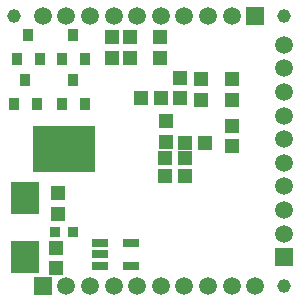
<source format=gbs>
G75*
G70*
%OFA0B0*%
%FSLAX24Y24*%
%IPPOS*%
%LPD*%
%AMOC8*
5,1,8,0,0,1.08239X$1,22.5*
%
%ADD10R,0.0454X0.0493*%
%ADD11R,0.0493X0.0454*%
%ADD12R,0.0370X0.0410*%
%ADD13R,0.0926X0.1084*%
%ADD14R,0.0375X0.0375*%
%ADD15R,0.0532X0.0296*%
%ADD16R,0.0590X0.0590*%
%ADD17C,0.0590*%
%ADD18R,0.2060X0.1560*%
%ADD19C,0.0454*%
D10*
X009524Y001225D03*
X009524Y001895D03*
X015404Y005295D03*
X015404Y005965D03*
X015404Y006845D03*
X014374Y006845D03*
X013654Y006895D03*
X013654Y007565D03*
X014374Y007515D03*
X015404Y007515D03*
X013004Y008245D03*
X013004Y008915D03*
X012004Y008915D03*
X011404Y008915D03*
X011404Y008245D03*
X012004Y008245D03*
X013204Y006115D03*
X013204Y005445D03*
D11*
X013839Y005390D03*
X014509Y005390D03*
X013839Y004880D03*
X013169Y004880D03*
X013169Y004280D03*
X013839Y004280D03*
X009604Y003715D03*
X009604Y003045D03*
X012369Y006880D03*
X013039Y006880D03*
D12*
X010494Y006680D03*
X009734Y006680D03*
X008894Y006680D03*
X008134Y006680D03*
X008514Y007480D03*
X008234Y008180D03*
X008994Y008180D03*
X009734Y008180D03*
X010494Y008180D03*
X010114Y007480D03*
X010114Y008980D03*
X008614Y008980D03*
D13*
X008504Y001596D03*
X008504Y003564D03*
D14*
X009509Y002430D03*
X010099Y002430D03*
D15*
X010990Y002054D03*
X010990Y001680D03*
X010990Y001306D03*
X012018Y001306D03*
X012018Y002054D03*
D16*
X009086Y000631D03*
X017130Y001588D03*
X016173Y009631D03*
D17*
X015386Y009631D03*
X014598Y009631D03*
X013811Y009631D03*
X013023Y009631D03*
X012236Y009631D03*
X011449Y009631D03*
X010661Y009631D03*
X009874Y009631D03*
X009086Y009631D03*
X017130Y008674D03*
X017130Y007887D03*
X017130Y007100D03*
X017130Y006312D03*
X017130Y005525D03*
X017130Y004737D03*
X017130Y003950D03*
X017130Y003163D03*
X017130Y002375D03*
X016173Y000631D03*
X015386Y000631D03*
X014598Y000631D03*
X013811Y000631D03*
X013023Y000631D03*
X012236Y000631D03*
X011449Y000631D03*
X010661Y000631D03*
X009874Y000631D03*
D18*
X009795Y005181D03*
D19*
X008130Y009631D03*
X017130Y009631D03*
X017130Y000631D03*
M02*

</source>
